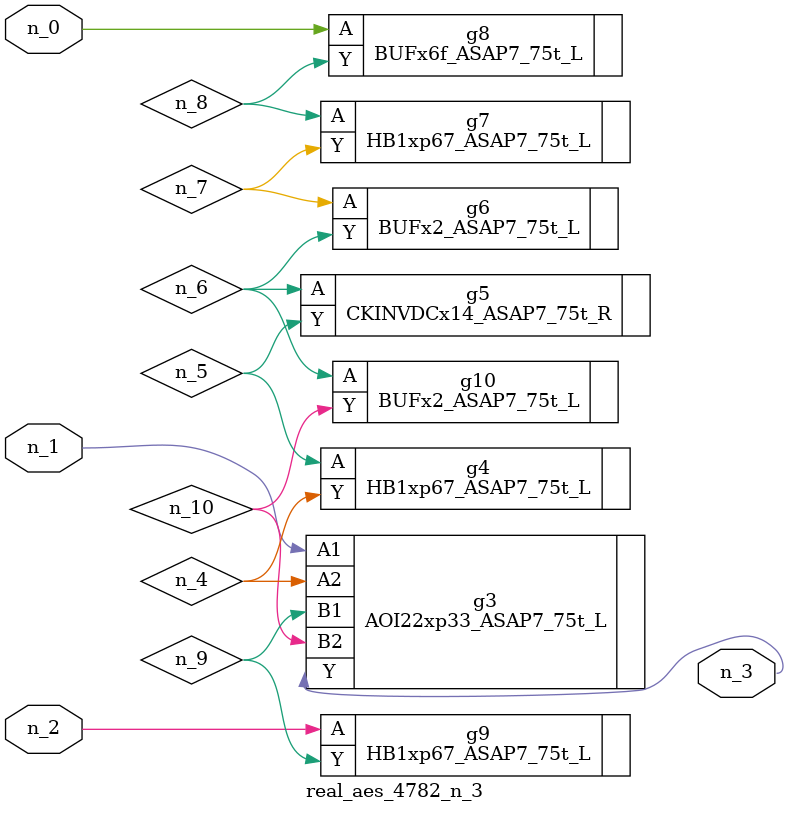
<source format=v>
module real_aes_4782_n_3 (n_0, n_2, n_1, n_3);
input n_0;
input n_2;
input n_1;
output n_3;
wire n_4;
wire n_5;
wire n_7;
wire n_9;
wire n_6;
wire n_8;
wire n_10;
BUFx6f_ASAP7_75t_L g8 ( .A(n_0), .Y(n_8) );
AOI22xp33_ASAP7_75t_L g3 ( .A1(n_1), .A2(n_4), .B1(n_9), .B2(n_10), .Y(n_3) );
HB1xp67_ASAP7_75t_L g9 ( .A(n_2), .Y(n_9) );
HB1xp67_ASAP7_75t_L g4 ( .A(n_5), .Y(n_4) );
CKINVDCx14_ASAP7_75t_R g5 ( .A(n_6), .Y(n_5) );
BUFx2_ASAP7_75t_L g10 ( .A(n_6), .Y(n_10) );
BUFx2_ASAP7_75t_L g6 ( .A(n_7), .Y(n_6) );
HB1xp67_ASAP7_75t_L g7 ( .A(n_8), .Y(n_7) );
endmodule
</source>
